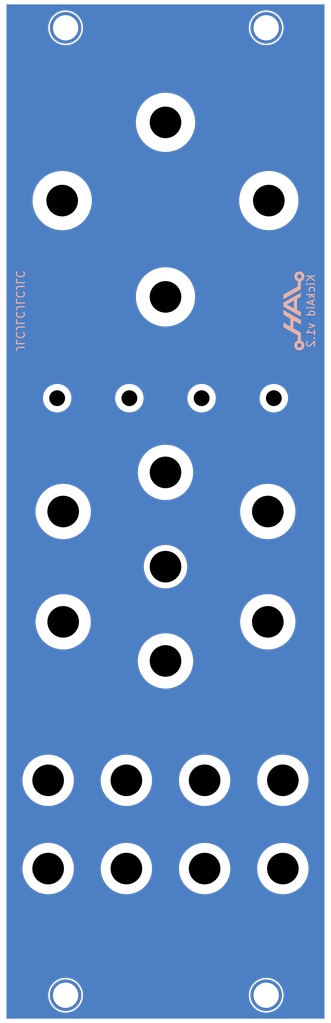
<source format=kicad_pcb>
(kicad_pcb (version 20240108) (generator "pcbnew") (generator_version "8.0")
  (layers (0 "F.Cu" signal) (31 "B.Cu" signal) (34 "B.Paste" user) (35 "F.Paste" user) (36 "B.SilkS" user "B.Silkscreen") (37 "F.SilkS" user "F.Silkscreen") (38 "B.Mask" user) (39 "F.Mask" user) (44 "Edge.Cuts" user))
  (net 0 "")
  (footprint "Panels:Panel Trimmer Pot" (layer "F.Cu") (at 50.546 109.22)
    (property "Reference" "REF**" (hide yes))
    (property "Value" "Panel Trimmer Pot" (hide yes))
    (pad "" np_thru_hole circle (at 0 0) (size 4 4) (drill 6.5) (layers "Dwgs.User"))
  )
  (footprint "Panels:Panel Jack" (layer "F.Cu") (at 78.359 140.462)
    (property "Reference" "REF**" (hide yes))
    (property "Value" "Panel Jack" (hide yes))
    (pad "" np_thru_hole circle (at 0 0) (size 4 4) (drill 6) (layers "Dwgs.User"))
  )
  (footprint "Panels:Panel Jack" (layer "F.Cu") (at 58.547 129.286)
    (property "Reference" "REF**" (hide yes))
    (property "Value" "Panel Jack" (hide yes))
    (pad "" np_thru_hole circle (at 0 0) (size 4 4) (drill 6) (layers "Dwgs.User"))
  )
  (footprint "Panels:Panel Jack" (layer "F.Cu") (at 48.641 129.286)
    (property "Reference" "REF**" (hide yes))
    (property "Value" "Panel Jack" (hide yes))
    (pad "" np_thru_hole circle (at 0 0) (size 4 4) (drill 6) (layers "Dwgs.User"))
  )
  (footprint "Panels:Panel Switch SubMini" (layer "F.Cu") (at 63.5 102.235)
    (property "Reference" "REF**" (hide yes))
    (property "Value" "Panel Switch SubMini" (hide yes))
    (pad "" np_thru_hole circle (at 0 0) (size 4 4) (drill 5) (layers "Dwgs.User"))
  )
  (footprint "Panels:Panel Screw" (layer "F.Cu") (at 76.25 156.5)
    (property "Reference" "REF**" (hide yes))
    (property "Value" "Panel Screw" (hide yes))
    (pad "" thru_hole circle (at 0 0) (size 4 4) (drill 3.2) (layers "*.Cu" "*.Mask"))
  )
  (footprint "Panels:Panel Trimmer Pot" (layer "F.Cu") (at 63.5 114.173)
    (property "Reference" "REF**" (hide yes))
    (property "Value" "Panel Trimmer Pot" (hide yes))
    (pad "" np_thru_hole circle (at 0 0) (size 4 4) (drill 6.5) (layers "Dwgs.User"))
  )
  (footprint "Panels:Panel Jack" (layer "F.Cu") (at 68.453 140.462)
    (property "Reference" "REF**" (hide yes))
    (property "Value" "Panel Jack" (hide yes))
    (pad "" np_thru_hole circle (at 0 0) (size 4 4) (drill 6) (layers "Dwgs.User"))
  )
  (footprint "" (layer "F.Cu") (at 49.784 80.899)
    (property "Reference" "" (at 0 0 0) (layer "F.SilkS") (effects (font (size 1.27 1.27))))
    (property "Value" "")
    (pad "" np_thru_hole circle (at 0 0) (size 2 2) (drill 3.1) (layers "Dwgs.User"))
  )
  (footprint "Panels:Panel Trimmer Pot" (layer "F.Cu") (at 76.454 109.22)
    (property "Reference" "REF**" (hide yes))
    (property "Value" "Panel Trimmer Pot" (hide yes))
    (pad "" np_thru_hole circle (at 0 0) (size 4 4) (drill 6.5) (layers "Dwgs.User"))
  )
  (footprint "Panels:Panel Jack" (layer "F.Cu") (at 48.641 140.462)
    (property "Reference" "REF**" (hide yes))
    (property "Value" "Panel Jack" (hide yes))
    (pad "" np_thru_hole circle (at 0 0) (size 4 4) (drill 6) (layers "Dwgs.User"))
  )
  (footprint "Panels:Panel Trimmer Pot" (layer "F.Cu") (at 50.546 95.25)
    (property "Reference" "REF**" (hide yes))
    (property "Value" "Panel Trimmer Pot" (hide yes))
    (pad "" np_thru_hole circle (at 0 0) (size 4 4) (drill 6.5) (layers "Dwgs.User"))
  )
  (footprint "" (layer "F.Cu") (at 58.928 80.899)
    (property "Reference" "" (at 0 0 0) (layer "F.SilkS") (effects (font (size 1.27 1.27))))
    (property "Value" "")
    (pad "" np_thru_hole circle (at 0 0) (size 2 2) (drill 3.1) (layers "Dwgs.User"))
  )
  (footprint "Panels:Panel Pot Alpha Knob 10mm" (layer "F.Cu") (at 76.581 55.88)
    (property "Reference" "REF**" (hide yes))
    (property "Value" "Panel Pot Alpha Knob 10mm" (hide yes))
    (pad "" np_thru_hole circle (at 0 0) (size 4 4) (drill 7) (layers "Dwgs.User"))
  )
  (footprint "Panels:Panel Avalon Harmonics Small 13mm" (layer "F.Cu") (at 63.5 152.019)
    (property "Reference" "G***" (hide yes))
    (property "Value" "LOGO" (hide yes))
  )
  (footprint "Panels:Panel Trimmer Pot" (layer "F.Cu") (at 63.5 90.297)
    (property "Reference" "REF**" (hide yes))
    (property "Value" "Panel Trimmer Pot" (hide yes))
    (pad "" np_thru_hole circle (at 0 0) (size 4 4) (drill 6.5) (layers "Dwgs.User"))
  )
  (footprint "Panels:Panel Jack" (layer "F.Cu") (at 68.453 129.286)
    (property "Reference" "REF**" (hide yes))
    (property "Value" "Panel Jack" (hide yes))
    (pad "" np_thru_hole circle (at 0 0) (size 4 4) (drill 6) (layers "Dwgs.User"))
  )
  (footprint "Panels:Panel Screw" (layer "F.Cu") (at 76.25 34)
    (property "Reference" "REF**" (hide yes))
    (property "Value" "Panel Screw" (hide yes))
    (pad "" thru_hole circle (at 0 0) (size 4 4) (drill 3.2) (layers "*.Cu" "*.Mask"))
  )
  (footprint "Panels:Panel Pot Alpha Knob 10mm" (layer "F.Cu") (at 63.5 45.974)
    (property "Reference" "REF**" (hide yes))
    (property "Value" "Panel Pot Alpha Knob 10mm" (hide yes))
    (pad "" np_thru_hole circle (at 0 0) (size 4 4) (drill 7) (layers "Dwgs.User"))
  )
  (footprint "Panels:Panel Jack" (layer "F.Cu") (at 78.359 129.286)
    (property "Reference" "REF**" (hide yes))
    (property "Value" "Panel Jack" (hide yes))
    (pad "" np_thru_hole circle (at 0 0) (size 4 4) (drill 6) (layers "Dwgs.User"))
  )
  (footprint "Panels:Panel Trimmer Pot" (layer "F.Cu") (at 76.454 95.25)
    (property "Reference" "REF**" (hide yes))
    (property "Value" "Panel Trimmer Pot" (hide yes))
    (pad "" np_thru_hole circle (at 0 0) (size 4 4) (drill 6.5) (layers "Dwgs.User"))
  )
  (footprint "" (layer "F.Cu") (at 68.072 80.899)
    (property "Reference" "" (at 0 0 0) (layer "F.SilkS") (effects (font (size 1.27 1.27))))
    (property "Value" "")
    (pad "" np_thru_hole circle (at 0 0) (size 2 2) (drill 3.1) (layers "Dwgs.User"))
  )
  (footprint "Panels_Graphics:KickAid_Panel" (layer "F.Cu") (at 63.485 95.25)
    (property "Reference" "G***" (hide yes))
    (property "Value" "LOGO" (hide yes))
  )
  (footprint "Panels:Panel Jack" (layer "F.Cu") (at 58.547 140.462)
    (property "Reference" "REF**" (hide yes))
    (property "Value" "Panel Jack" (hide yes))
    (pad "" np_thru_hole circle (at 0 0) (size 4 4) (drill 6) (layers "Dwgs.User"))
  )
  (footprint "Panels:Panel Screw" (layer "F.Cu") (at 50.85 34)
    (property "Reference" "REF**" (hide yes))
    (property "Value" "Panel Screw" (hide yes))
    (pad "" thru_hole circle (at 0 0) (size 4 4) (drill 3.2) (layers "*.Cu" "*.Mask"))
  )
  (footprint "Panels:Panel Screw" (layer "F.Cu") (at 50.85 156.5)
    (property "Reference" "REF**" (hide yes))
    (property "Value" "Panel Screw" (hide yes))
    (pad "" thru_hole circle (at 0 0) (size 4 4) (drill 3.2) (layers "*.Cu" "*.Mask"))
  )
  (footprint "" (layer "F.Cu") (at 77.216 80.899)
    (property "Reference" "" (at 0 0 0) (layer "F.SilkS") (effects (font (size 1.27 1.27))))
    (property "Value" "")
    (pad "" np_thru_hole circle (at 0 0) (size 2 2) (drill 3.1) (layers "Dwgs.User"))
  )
  (footprint "Panels:Panel Pot Alpha Knob 10mm" (layer "F.Cu") (at 50.419 55.88)
    (property "Reference" "REF**" (hide yes))
    (property "Value" "Panel Pot Alpha Knob 10mm" (hide yes))
    (pad "" np_thru_hole circle (at 0 0) (size 4 4) (drill 7) (layers "Dwgs.User"))
  )
  (footprint "Panels:Panel Pot Alpha Knob 15mm" (layer "F.Cu") (at 63.5 68.072)
    (property "Reference" "REF**" (hide yes))
    (property "Value" "Panel Pot Alpha Knob 15mm" (hide yes))
    (pad "" np_thru_hole circle (at 0 0) (size 4 4) (drill 7) (layers "Dwgs.User"))
  )
  (footprint "Logos:Avalon Harmonics Small 10mm" (layer "B.Cu") (at 79.756 69.85 -90)
    (property "Reference" "G***" (hide yes))
    (property "Value" "LOGO" (hide yes))
    (fp_poly (pts (xy 0.079214 0.227091) (xy 0.134256 0.131095) (xy 0.188032 0.037276) (xy 0.240338 -0.054013) (xy 0.290972 -0.142414) (xy 0.33973 -0.227574) (xy 0.386409 -0.309134) (xy 0.430806 -0.386741) (xy 0.472718 -0.460038) (xy 0.511941 -0.528669) (xy 0.548273 -0.592279) (xy 0.581509 -0.650513) (xy 0.611448 -0.703013) (xy 0.637885 -0.749426) (xy 0.660618 -0.789394) (xy 0.679444 -0.822562) (xy 0.694158 -0.848575) (xy 0.704559 -0.867077) (xy 0.710442 -0.877711) (xy 0.711763 -0.880283) (xy 0.711837 -0.882078) (xy 0.71049 -0.883604) (xy 0.706995 -0.884881) (xy 0.700627 -0.885932) (xy 0.69066 -0.886779) (xy 0.676367 -0.887444) (xy 0.657023 -0.887948) (xy 0.631901 -0.888313) (xy 0.600275 -0.888562) (xy 0.56142 -0.888716) (xy 0.514608 -0.888797) (xy 0.459115 -0.888827) (xy 0.428224 -0.88883) (xy 0.142292 -0.88883) (xy 0.133055 -0.875399) (xy 0.128991 -0.868639) (xy 0.12071 -0.854153) (xy 0.108682 -0.832783) (xy 0.093376 -0.805375) (xy 0.07526 -0.77277) (xy 0.054805 -0.735813) (xy 0.032479 -0.695348) (xy 0.008751 -0.652217) (xy -0.002787 -0.631199) (xy -0.129392 -0.400429) (xy -0.830212 -0.401666) (xy -1.531033 -0.402904) (xy -1.658008 -0.640212) (xy -1.681852 -0.684744) (xy -1.704378 -0.726755) (xy -1.725154 -0.765444) (xy -1.743748 -0.80001) (xy -1.759728 -0.829649) (xy -1.772662 -0.853561) (xy -1.782118 -0.870944) (xy -1.787663 -0.880996) (xy -1.788935 -0.883175) (xy -1.794381 -0.884259) (xy -1.808401 -0.885243) (xy -1.829893 -0.886123) (xy -1.857756 -0.886896) (xy -1.890887 -0.887558) (xy -1.928184 -0.888105) (xy -1.968546 -0.888535) (xy -2.010869 -0.888843) (xy -2.054053 -0.889025) (xy -2.096995 -0.889079) (xy -2.138593 -0.889) (xy -2.177745 -0.888785) (xy -2.213349 -0.88843) (xy -2.244303 -0.887932) (xy -2.269505 -0.887287) (xy -2.287853 -0.886492) (xy -2.298245 -0.885542) (xy -2.300212 -0.884849) (xy -2.297839 -0.880307) (xy -2.290853 -0.867621) (xy -2.279455 -0.847145) (xy -2.263844 -0.819234) (xy -2.244221 -0.784242) (xy -2.220786 -0.742526) (xy -2.193738 -0.694438) (xy -2.163277 -0.640335) (xy -2.129604 -0.580571) (xy -2.092918 -0.5155) (xy -2.05342 -0.445478) (xy -2.01131 -0.370859) (xy -1.966787 -0.291999) (xy -1.920052 -0.209251) (xy -1.871304 -0.122971) (xy -1.820744 -0.033514) (xy -1.799726 0.003662) (xy -1.307377 0.003662) (xy -1.302892 0.003148) (xy -1.289294 0.002655) (xy -1.267238 0.002189) (xy -1.237378 0.001754) (xy -1.200369 0.001355) (xy -1.156865 0.000998) (xy -1.107521 0.000688) (xy -1.052992 0.000429) (xy -0.993932 0.000226) (xy -0.930995 0.000085) (xy -0.864837 0.000011) (xy -0.827549 0) (xy -0.748188 0.000007) (xy -0.678034 0.000034) (xy -0.616527 0.000093) (xy -0.563106 0.000191) (xy -0.517211 0.00034) (xy -0.478282 0.00055) (xy -0.445759 0.000829) (xy -0.41908 0.001189) (xy -0.397686 0.001639) (xy -0.381017 0.002188) (xy -0.368511 0.002847) (xy -0.35961 0.003626) (xy -0.353751 0.004535) (xy -0.350376 0.005583) (xy -0.348924 0.00678) (xy -0.348834 0.008137) (xy -0.348941 0.008456) (xy -0.351827 0.01437) (xy -0.358834 0.028025) (xy -0.3695 0.048537) (xy -0.383359 0.075024) (xy -0.39995 0.106601) (xy -0.418809 0.142385) (xy -0.439472 0.181492) (xy -0.460988 0.222117) (xy -0.486515 0.270262) (xy -0.515534 0.324993) (xy -0.54696 0.384262) (xy -0.579708 0.446025) (xy -0.612694 0.508238) (xy -0.644834 0.568854) (xy -0.675044 0.62583) (xy -0.693537 0.660708) (xy -0.721627 0.713558) (xy -0.745547 0.758261) (xy -0.765603 0.795354) (xy -0.782099 0.825371) (xy -0.79534 0.848849) (xy -0.805632 0.866322) (xy -0.813281 0.878326) (xy -0.818591 0.885397) (xy -0.821867 0.888071) (xy -0.822973 0.887799) (xy -0.826055 0.882718) (xy -0.833487 0.869639) (xy -0.844949 0.84914) (xy -0.860122 0.821801) (xy -0.878687 0.788202) (xy -0.900324 0.748924) (xy -0.924715 0.704546) (xy -0.95154 0.655648) (xy -0.98048 0.60281) (xy -1.011215 0.546612) (xy -1.043428 0.487634) (xy -1.067007 0.444414) (xy -1.100009 0.383894) (xy -1.131696 0.325787) (xy -1.161755 0.270666) (xy -1.189871 0.219107) (xy -1.215733 0.171685) (xy -1.239025 0.128975) (xy -1.259435 0.091551) (xy -1.276649 0.05999) (xy -1.290353 0.034864) (xy -1.300234 0.01675) (xy -1.305979 0.006222) (xy -1.307377 0.003662) (xy -1.799726 0.003662) (xy -1.768572 0.058766) (xy -1.714987 0.153514) (xy -1.675947 0.222525) (xy -1.051683 1.325918) (xy -0.550942 1.325918)) (fill solid) (layer "B.SilkS"))
    (fp_poly (pts (xy -1.87207 1.327501) (xy -1.82226 1.327375) (xy -1.771507 1.327185) (xy -1.479661 1.325918) (xy -2.102928 0.224649) (xy -2.157419 0.128397) (xy -2.210695 0.034346) (xy -2.262554 -0.057147) (xy -2.312792 -0.145727) (xy -2.361207 -0.231036) (xy -2.407596 -0.312719) (xy -2.451756 -0.390419) (xy -2.493483 -0.463781) (xy -2.532575 -0.532447) (xy -2.568828 -0.596061) (xy -2.60204 -0.654268) (xy -2.632007 -0.70671) (xy -2.658527 -0.753032) (xy -2.681397 -0.792877) (xy -2.700413 -0.825888) (xy -2.715372 -0.851711) (xy -2.726071 -0.869987) (xy -2.732309 -0.880361) (xy -2.733903 -0.882725) (xy -2.737115 -0.883747) (xy -2.744335 -0.884657) (xy -2.756031 -0.88546) (xy -2.77267 -0.886161) (xy -2.79472 -0.886767) (xy -2.822649 -0.887282) (xy -2.856923 -0.887713) (xy -2.89801 -0.888065) (xy -2.946379 -0.888342) (xy -3.002495 -0.888552) (xy -3.066828 -0.888699) (xy -3.139844 -0.888789) (xy -3.22201 -0.888827) (xy -3.250181 -0.88883) (xy -3.758752 -0.88883) (xy -3.774074 -0.929165) (xy -3.804344 -0.995334) (xy -3.843004 -1.057481) (xy -3.889275 -1.114946) (xy -3.942376 -1.167069) (xy -4.001527 -1.213189) (xy -4.065947 -1.252647) (xy -4.134856 -1.284781) (xy -4.207475 -1.308931) (xy -4.229264 -1.314381) (xy -4.252967 -1.318544) (xy -4.283528 -1.32197) (xy -4.318337 -1.324553) (xy -4.354784 -1.326188) (xy -4.390261 -1.326771) (xy -4.422157 -1.326196) (xy -4.447863 -1.324359) (xy -4.454584 -1.323451) (xy -4.532567 -1.306326) (xy -4.606473 -1.280629) (xy -4.675771 -1.24686) (xy -4.739931 -1.205519) (xy -4.798422 -1.157107) (xy -4.850712 -1.102122) (xy -4.89627 -1.041066) (xy -4.934566 -0.974438) (xy -4.965069 -0.90274) (xy -4.987247 -0.82647) (xy -4.988587 -0.820458) (xy -4.994022 -0.787315) (xy -4.997683 -0.747771) (xy -4.999487 -0.705045) (xy -4.999443 -0.691041) (xy -4.641204 -0.691041) (xy -4.636772 -0.743233) (xy -4.623237 -0.791966) (xy -4.600734 -0.836914) (xy -4.569401 -0.877754) (xy -4.557245 -0.890181) (xy -4.516528 -0.92304) (xy -4.471813 -0.947351) (xy -4.424108 -0.962872) (xy -4.374423 -0.969358) (xy -4.323768 -0.966569) (xy -4.280542 -0.956673) (xy -4.234505 -0.937318) (xy -4.192866 -0.90977) (xy -4.156596 -0.874985) (xy -4.126664 -0.833917) (xy -4.104042 -0.78752) (xy -4.101495 -0.7806) (xy -4.094633 -0.753061) (xy -4.090676 -0.719651) (xy -4.089666 -0.683817) (xy -4.091644 -0.649007) (xy -4.096651 -0.61867) (xy -4.099438 -0.60878) (xy -4.119298 -0.563324) (xy -4.147243 -0.521639) (xy -4.181947 -0.485078) (xy -4.222086 -0.454996) (xy -4.266337 -0.432747) (xy -4.274571 -0.429702) (xy -4.307143 -0.421371) (xy -4.344306 -0.416789) (xy -4.382164 -0.41614) (xy -4.416824 -0.41961) (xy -4.429494 -0.422341) (xy -4.475692 -0.438022) (xy -4.515848 -0.4599) (xy -4.552425 -0.489374) (xy -4.55892 -0.495694) (xy -4.592868 -0.535225) (xy -4.617538 -0.577094) (xy -4.633318 -0.622219) (xy -4.640591 -0.671514) (xy -4.641204 -0.691041) (xy -4.999443 -0.691041) (xy -4.999353 -0.662356) (xy -4.997198 -0.622922) (xy -4.994278 -0.597892) (xy -4.977785 -0.521332) (xy -4.952627 -0.448609) (xy -4.919339 -0.380274) (xy -4.878455 -0.316878) (xy -4.830506 -0.258971) (xy -4.776028 -0.207103) (xy -4.715553 -0.161824) (xy -4.649616 -0.123685) (xy -4.578749 -0.093236) (xy -4.503486 -0.071027) (xy -4.478331 -0.065706) (xy -4.434658 -0.059723) (xy -4.385446 -0.056955) (xy -4.334367 -0.057369) (xy -4.285095 -0.060932) (xy -4.2413 -0.067613) (xy -4.240332 -0.067814) (xy -4.162289 -0.089013) (xy -4.088289 -0.119086) (xy -4.018012 -0.158164) (xy -4.007441 -0.165029) (xy -3.984397 -0.182181) (xy -3.957543 -0.205181) (xy -3.928881 -0.232027) (xy -3.900413 -0.260718) (xy -3.874141 -0.289251) (xy -3.852068 -0.315624) (xy -3.83907 -0.333384) (xy -3.82465 -0.356465) (xy -3.80905 -0.383862) (xy -3.793722 -0.412791) (xy -3.780116 -0.440464) (xy -3.769685 -0.464097) (xy -3.766188 -0.473311) (xy -3.760939 -0.488368) (xy -3.429816 -0.488153) (xy -3.098693 -0.487939) (xy -2.5861 0.418316) (xy -2.536771 0.505495) (xy -2.488688 0.590411) (xy -2.442072 0.672671) (xy -2.397147 0.751885) (xy -2.354136 0.827662) (xy -2.313261 0.89961) (xy -2.274746 0.967339) (xy -2.238813 1.030458) (xy -2.205685 1.088574) (xy -2.175586 1.141298) (xy -2.148738 1.188238) (xy -2.125365 1.229003) (xy -2.105688 1.263202) (xy -2.089932 1.290443) (xy -2.078319 1.310336) (xy -2.071072 1.322489) (xy -2.06843 1.326511) (xy -2.062756 1.32684) (xy -2.048181 1.327109) (xy -2.025569 1.327317) (xy -1.995787 1.327462) (xy -1.959699 1.327543) (xy -1.918172 1.327556)) (fill solid) (layer "B.SilkS"))
    (fp_poly (pts (xy 1.946635 1.327518) (xy 1.982523 1.327424) (xy 2.012075 1.327262) (xy 2.034427 1.327036) (xy 2.048711 1.326748) (xy 2.054029 1.326415) (xy 2.056934 1.322044) (xy 2.064465 1.309583) (xy 2.076396 1.289424) (xy 2.092504 1.261954) (xy 2.112562 1.227564) (xy 2.136347 1.186642) (xy 2.163633 1.139578) (xy 2.194195 1.086761) (xy 2.227809 1.02858) (xy 2.264249 0.965425) (xy 2.30329 0.897685) (xy 2.344708 0.825749) (xy 2.388279 0.750006) (xy 2.433776 0.670846) (xy 2.480975 0.588657) (xy 2.529651 0.50383) (xy 2.578861 0.418006) (xy 3.098368 -0.488368) (xy 3.760939 -0.488368) (xy 3.766188 -0.473311) (xy 3.774547 -0.452657) (xy 3.786788 -0.426604) (xy 3.801457 -0.397939) (xy 3.817106 -0.369447) (xy 3.832282 -0.343915) (xy 3.83907 -0.333384) (xy 3.856514 -0.310043) (xy 3.879721 -0.282986) (xy 3.906687 -0.254215) (xy 3.935407 -0.225736) (xy 3.963876 -0.199551) (xy 3.990091 -0.177666) (xy 4.007537 -0.164965) (xy 4.076138 -0.12475) (xy 4.146404 -0.094049) (xy 4.219001 -0.072661) (xy 4.294595 -0.060382) (xy 4.363565 -0.056953) (xy 4.443673 -0.061447) (xy 4.520348 -0.075079) (xy 4.59346 -0.097796) (xy 4.66288 -0.129544) (xy 4.72848 -0.17027) (xy 4.790129 -0.219919) (xy 4.815423 -0.24403) (xy 4.867287 -0.30277) (xy 4.911309 -0.367196) (xy 4.947247 -0.436859) (xy 4.974858 -0.511309) (xy 4.989206 -0.566507) (xy 4.993963 -0.596515) (xy 4.997106 -0.633317) (xy 4.998631 -0.674085) (xy 4.998534 -0.715992) (xy 4.996812 -0.756212) (xy 4.993461 -0.791918) (xy 4.989552 -0.815574) (xy 4.968233 -0.893625) (xy 4.938811 -0.966272) (xy 4.901146 -1.033766) (xy 4.855099 -1.096357) (xy 4.801989 -1.152912) (xy 4.741292 -1.204134) (xy 4.675818 -1.246846) (xy 4.605513 -1.281076) (xy 4.530322 -1.306853) (xy 4.492982 -1.316122) (xy 4.477604 -1.318611) (xy 4.455698 -1.320993) (xy 4.429367 -1.32316) (xy 4.400712 -1.325005) (xy 4.371837 -1.32642) (xy 4.344845 -1.327298) (xy 4.321839 -1.327532) (xy 4.304921 -1.327014) (xy 4.297635 -1.326102) (xy 4.28945 -1.324514) (xy 4.274626 -1.321937) (xy 4.256177 -1.318894) (xy 4.253682 -1.318493) (xy 4.195155 -1.305321) (xy 4.134701 -1.28472) (xy 4.075037 -1.257854) (xy 4.01888 -1.225885) (xy 3.988131 -1.204835) (xy 3.935209 -1.160892) (xy 3.886322 -1.110433) (xy 3.842792 -1.055192) (xy 3.80594 -0.9969) (xy 3.777091 -0.937289) (xy 3.770175 -0.919352) (xy 3.759122 -0.88883) (xy 3.249781 -0.88883) (xy 3.166047 -0.888811) (xy 3.09157 -0.888753) (xy 3.025841 -0.888648) (xy 2.968348 -0.888489) (xy 2.918582 -0.88827) (xy 2.876033 -0.887985) (xy 2.84019 -0.887627) (xy 2.810544 -0.88719) (xy 2.786584 -0.886666) (xy 2.767801 -0.88605) (xy 2.753683 -0.885336) (xy 2.743722 -0.884515) (xy 2.737406 -0.883583) (xy 2.734226 -0.882533) (xy 2.733862 -0.882252) (xy 2.730605 -0.877212) (xy 2.722825 -0.86424) (xy 2.710839 -0.843884) (xy 2.694966 -0.816694) (xy 2.675523 -0.783222) (xy 2.652829 -0.744016) (xy 2.6272 -0.699626) (xy 2.624615 -0.695139) (xy 4.087637 -0.695139) (xy 4.092248 -0.744618) (xy 4.105492 -0.791275) (xy 4.126484 -0.834284) (xy 4.154339 -0.872817) (xy 4.188171 -0.90605) (xy 4.227096 -0.933154) (xy 4.270229 -0.953304) (xy 4.316685 -0.965673) (xy 4.365579 -0.969436) (xy 4.380658 -0.968758) (xy 4.40288 -0.966182) (xy 4.426075 -0.962058) (xy 4.439006 -0.958953) (xy 4.486446 -0.9407) (xy 4.529314 -0.914287) (xy 4.566735 -0.880596) (xy 4.597831 -0.840508) (xy 4.621726 -0.794907) (xy 4.632527 -0.764296) (xy 4.638031 -0.737264) (xy 4.64083 -0.704666) (xy 4.641089 -0.691041) (xy 4.637014 -0.640155) (xy 4.62454 -0.593688) (xy 4.603291 -0.550749) (xy 4.572894 -0.510448) (xy 4.55892 -0.495694) (xy 4.519726 -0.46305) (xy 4.47667 -0.438801) (xy 4.430876 -0.422941) (xy 4.383469 -0.415467) (xy 4.335576 -0.416375) (xy 4.288321 -0.42566) (xy 4.24283 -0.44332) (xy 4.200228 -0.46935) (xy 4.168129 -0.497048) (xy 4.135117 -0.536739) (xy 4.110598 -0.581079) (xy 4.094795 -0.629518) (xy 4.08793 -0.68151) (xy 4.087637 -0.695139) (xy 2.624615 -0.695139) (xy 2.598955 -0.650603) (xy 2.568411 -0.597497) (xy 2.535887 -0.540857) (xy 2.5017 -0.481233) (xy 2.466169 -0.419176) (xy 2.458806 -0.406307) (xy 2.190329 0.06306) (xy 1.695857 0.063274) (xy 1.627265 0.063281) (xy 1.561494 0.063243) (xy 1.499193 0.063163) (xy 1.441012 0.063045) (xy 1.387601 0.06289) (xy 1.339609 0.062702) (xy 1.297686 0.062483) (xy 1.262482 0.062236) (xy 1.234647 0.061965) (xy 1.214831 0.061671) (xy 1.203683 0.061358) (xy 1.201384 0.061132) (xy 1.203763 0.056668) (xy 1.210694 0.044276) (xy 1.221866 0.024497) (xy 1.23697 -0.002126) (xy 1.255698 -0.035049) (xy 1.277739 -0.07373) (xy 1.302783 -0.117627) (xy 1.330522 -0.166196) (xy 1.360646 -0.218894) (xy 1.392844 -0.275179) (xy 1.426809 -0.334509) (xy 1.462229 -0.39634) (xy 1.469986 -0.409875) (xy 1.505681 -0.472179) (xy 1.539986 -0.532103) (xy 1.572591 -0.589105) (xy 1.603188 -0.642641) (xy 1.631465 -0.692168) (xy 1.657114 -0.737142) (xy 1.679826 -0.777021) (xy 1.699289 -0.811261) (xy 1.715196 -0.839319) (xy 1.727236 -0.860651) (xy 1.7351 -0.874714) (xy 1.738478 -0.880966) (xy 1.738589 -0.881237) (xy 1.733845 -0.88172) (xy 1.720176 -0.882176) (xy 1.698422 -0.882597) (xy 1.669424 -0.882975) (xy 1.634024 -0.883302) (xy 1.593064 -0.88357) (xy 1.547384 -0.883772) (xy 1.497826 -0.8839) (xy 1.445231 -0.883946) (xy 1.148666 -0.883946) (xy 0.51695 0.217922) (xy 0.461867 0.314005) (xy 0.408055 0.407883) (xy 0.355716 0.499202) (xy 0.305051 0.58761) (xy 0.256264 0.672752) (xy 0.209557 0.754276) (xy 0.165132 0.831827) (xy 0.123192 0.905052) (xy 0.083939 0.973598) (xy 0.047575 1.037111) (xy 0.014304 1.095237) (xy -0.015674 1.147623) (xy -0.042154 1.193915) (xy -0.064935 1.23376) (xy -0.083815 1.266805) (xy -0.09859 1.292695) (xy -0.109059 1.311078) (xy -0.11502 1.321599) (xy -0.116407 1.324112) (xy -0.111964 1.324913) (xy -0.098464 1.325614) (xy -0.076617 1.326209) (xy -0.047134 1.32669) (xy -0.010726 1.327049) (xy 0.031899 1.327279) (xy 0.080028 1.327374) (xy 0.132953 1.327325) (xy 0.178461 1.327177) (xy 0.47497 1.325918) (xy 0.722075 0.894933) (xy 0.96918 0.463949) (xy 1.959071 0.463949) (xy 1.943061 0.49203) (xy 1.938344 0.500283) (xy 1.929137 0.516374) (xy 1.915804 0.539666) (xy 1.898711 0.569522) (xy 1.878222 0.605305) (xy 1.854702 0.646377) (xy 1.828516 0.692101) (xy 1.800029 0.741841) (xy 1.769605 0.794959) (xy 1.73761 0.850818) (xy 1.704408 0.90878) (xy 1.696254 0.923014) (xy 1.465459 1.325918) (xy 1.75708 1.327185) (xy 1.809636 1.327379) (xy 1.859326 1.327498) (xy 1.905281 1.327544)) (fill solid) (layer "B.SilkS"))
  )
  (gr_rect (start 43.35 31) (end 83.65 159.5) (stroke (width 0.1)) (fill none) (layer "Edge.Cuts"))
  (gr_text "KickAid v1.2" (at 81.915 69.85 90) (layer "B.SilkS") (effects (font (size 1 1)) (justify mirror)))
  (gr_text "JLCJLCJLCJLC" (at 45.085 69.85 -90) (layer "B.SilkS") (effects (font (size 1 1)) (justify mirror)))
  (zone (net 0) (net_name "") (layers "F&B.Cu") (connect_pads (clearance 0)) (min_thickness 0.25) (fill yes (thermal_gap 0.5) (thermal_bridge_width 0.5) (island_removal_mode 1) (island_area_min 10))
    (polygon (pts (xy 42.545 30.48) (xy 84.455 30.48) (xy 84.455 160.02) (xy 42.545 160.02)))
  )
)
</source>
